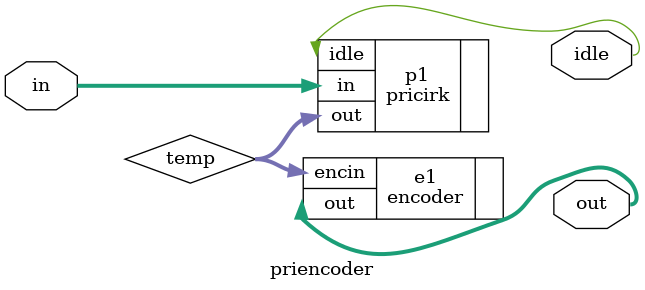
<source format=v>
module priencoder( input [7:0] in,
					output [2:0] out,
					output idle);
		
		wire [7:0]temp;

		
		pricirk p1(.in(in), .out(temp), .idle(idle));
		encoder e1(.encin(temp), .out(out));
		
		endmodule
		
</source>
